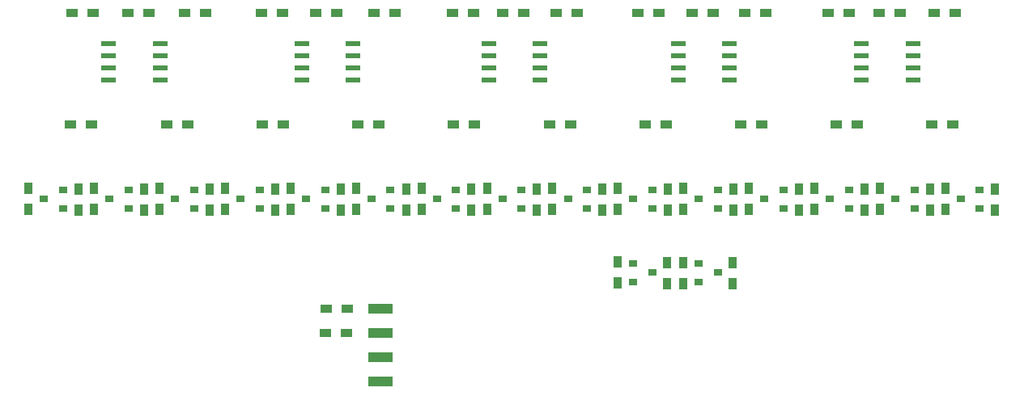
<source format=gbr>
%TF.GenerationSoftware,KiCad,Pcbnew,(5.1.8)-1*%
%TF.CreationDate,2022-08-22T14:52:20-04:00*%
%TF.ProjectId,SerialParser,53657269-616c-4506-9172-7365722e6b69,rev?*%
%TF.SameCoordinates,Original*%
%TF.FileFunction,Paste,Top*%
%TF.FilePolarity,Positive*%
%FSLAX46Y46*%
G04 Gerber Fmt 4.6, Leading zero omitted, Abs format (unit mm)*
G04 Created by KiCad (PCBNEW (5.1.8)-1) date 2022-08-22 14:52:20*
%MOMM*%
%LPD*%
G01*
G04 APERTURE LIST*
%ADD10R,0.900000X0.800000*%
%ADD11R,0.900000X1.200000*%
%ADD12R,1.200000X0.900000*%
%ADD13R,2.500000X1.000000*%
%ADD14R,1.550000X0.600000*%
G04 APERTURE END LIST*
D10*
%TO.C,Q17*%
X196011160Y-116949000D03*
X196011160Y-115049000D03*
X194011160Y-115999000D03*
%TD*%
%TO.C,Q16*%
X175467574Y-116949000D03*
X175467574Y-115049000D03*
X173467574Y-115999000D03*
%TD*%
%TO.C,Q15*%
X202859022Y-116949000D03*
X202859022Y-115049000D03*
X200859022Y-115999000D03*
%TD*%
%TO.C,Q14*%
X182315436Y-116949000D03*
X182315436Y-115049000D03*
X180315436Y-115999000D03*
%TD*%
%TO.C,Q13*%
X189163298Y-116949000D03*
X189163298Y-115049000D03*
X187163298Y-115999000D03*
%TD*%
%TO.C,Q12*%
X168619712Y-116949000D03*
X168619712Y-115049000D03*
X166619712Y-115999000D03*
%TD*%
%TO.C,Q11*%
X134380402Y-116949000D03*
X134380402Y-115049000D03*
X132380402Y-115999000D03*
%TD*%
%TO.C,Q10*%
X154923988Y-116949000D03*
X154923988Y-115049000D03*
X152923988Y-115999000D03*
%TD*%
%TO.C,Q9*%
X141228264Y-116949000D03*
X141228264Y-115049000D03*
X139228264Y-115999000D03*
%TD*%
%TO.C,Q8*%
X161771850Y-116949000D03*
X161771850Y-115049000D03*
X159771850Y-115999000D03*
%TD*%
%TO.C,Q7*%
X127532540Y-116949000D03*
X127532540Y-115049000D03*
X125532540Y-115999000D03*
%TD*%
%TO.C,Q6*%
X148076126Y-116949000D03*
X148076126Y-115049000D03*
X146076126Y-115999000D03*
%TD*%
%TO.C,Q5*%
X113836816Y-116949000D03*
X113836816Y-115049000D03*
X111836816Y-115999000D03*
%TD*%
%TO.C,Q4*%
X166624000Y-122748000D03*
X166624000Y-124648000D03*
X168624000Y-123698000D03*
%TD*%
%TO.C,Q3*%
X120684678Y-116949000D03*
X120684678Y-115049000D03*
X118684678Y-115999000D03*
%TD*%
%TO.C,Q2*%
X173482000Y-122748000D03*
X173482000Y-124648000D03*
X175482000Y-123698000D03*
%TD*%
%TO.C,Q1*%
X106988954Y-116949000D03*
X106988954Y-115049000D03*
X104988954Y-115999000D03*
%TD*%
D11*
%TO.C,R61*%
X192400206Y-117094000D03*
X192400206Y-114894000D03*
%TD*%
%TO.C,R60*%
X171856620Y-117094000D03*
X171856620Y-114894000D03*
%TD*%
%TO.C,R59*%
X197622114Y-114904000D03*
X197622114Y-117104000D03*
%TD*%
%TO.C,R58*%
X177078528Y-114904000D03*
X177078528Y-117104000D03*
%TD*%
%TO.C,R57*%
X199248068Y-117094000D03*
X199248068Y-114894000D03*
%TD*%
%TO.C,R56*%
X178704482Y-117094000D03*
X178704482Y-114894000D03*
%TD*%
%TO.C,R55*%
X204470000Y-114904000D03*
X204470000Y-117104000D03*
%TD*%
%TO.C,R54*%
X183926390Y-114904000D03*
X183926390Y-117104000D03*
%TD*%
%TO.C,R53*%
X185552344Y-117094000D03*
X185552344Y-114894000D03*
%TD*%
%TO.C,R52*%
X165008758Y-117094000D03*
X165008758Y-114894000D03*
%TD*%
%TO.C,R51*%
X190774252Y-114904000D03*
X190774252Y-117104000D03*
%TD*%
%TO.C,R50*%
X170230666Y-114904000D03*
X170230666Y-117104000D03*
%TD*%
%TO.C,R49*%
X130769448Y-117094000D03*
X130769448Y-114894000D03*
%TD*%
%TO.C,R48*%
X151313034Y-117094000D03*
X151313034Y-114894000D03*
%TD*%
%TO.C,R47*%
X135991356Y-114904000D03*
X135991356Y-117104000D03*
%TD*%
%TO.C,R46*%
X156534942Y-114904000D03*
X156534942Y-117104000D03*
%TD*%
%TO.C,R45*%
X137617310Y-117094000D03*
X137617310Y-114894000D03*
%TD*%
%TO.C,R44*%
X158160896Y-117094000D03*
X158160896Y-114894000D03*
%TD*%
%TO.C,R43*%
X142839218Y-114904000D03*
X142839218Y-117104000D03*
%TD*%
%TO.C,R42*%
X163382804Y-114904000D03*
X163382804Y-117104000D03*
%TD*%
%TO.C,R41*%
X123921586Y-117094000D03*
X123921586Y-114894000D03*
%TD*%
%TO.C,R40*%
X144465172Y-117094000D03*
X144465172Y-114894000D03*
%TD*%
%TO.C,R39*%
X129143494Y-114904000D03*
X129143494Y-117104000D03*
%TD*%
%TO.C,R38*%
X149687080Y-114904000D03*
X149687080Y-117104000D03*
%TD*%
%TO.C,R37*%
X110225862Y-117094000D03*
X110225862Y-114894000D03*
%TD*%
%TO.C,R36*%
X115447770Y-114904000D03*
X115447770Y-117104000D03*
%TD*%
%TO.C,R35*%
X170180000Y-122682000D03*
X170180000Y-124882000D03*
%TD*%
%TO.C,R34*%
X164973000Y-124798000D03*
X164973000Y-122598000D03*
%TD*%
%TO.C,R33*%
X117073724Y-117094000D03*
X117073724Y-114894000D03*
%TD*%
%TO.C,R32*%
X122295632Y-114904000D03*
X122295632Y-117104000D03*
%TD*%
%TO.C,R31*%
X177038000Y-122682000D03*
X177038000Y-124882000D03*
%TD*%
%TO.C,R30*%
X171831000Y-124882000D03*
X171831000Y-122682000D03*
%TD*%
%TO.C,R29*%
X103378000Y-117094000D03*
X103378000Y-114894000D03*
%TD*%
%TO.C,R28*%
X108599908Y-114904000D03*
X108599908Y-117104000D03*
%TD*%
D12*
%TO.C,R27*%
X136693000Y-127508000D03*
X134493000Y-127508000D03*
%TD*%
%TO.C,R26*%
X136652000Y-130048000D03*
X134452000Y-130048000D03*
%TD*%
D13*
%TO.C,J6*%
X140208000Y-135128000D03*
X140208000Y-132588000D03*
X140208000Y-130048000D03*
X140208000Y-127508000D03*
%TD*%
D14*
%TO.C,U6*%
X190500000Y-99695000D03*
X190500000Y-100965000D03*
X190500000Y-102235000D03*
X190500000Y-103505000D03*
X195900000Y-103505000D03*
X195900000Y-102235000D03*
X195900000Y-100965000D03*
X195900000Y-99695000D03*
%TD*%
%TO.C,U5*%
X171290000Y-99695000D03*
X171290000Y-100965000D03*
X171290000Y-102235000D03*
X171290000Y-103505000D03*
X176690000Y-103505000D03*
X176690000Y-102235000D03*
X176690000Y-100965000D03*
X176690000Y-99695000D03*
%TD*%
%TO.C,U4*%
X151478000Y-99695000D03*
X151478000Y-100965000D03*
X151478000Y-102235000D03*
X151478000Y-103505000D03*
X156878000Y-103505000D03*
X156878000Y-102235000D03*
X156878000Y-100965000D03*
X156878000Y-99695000D03*
%TD*%
%TO.C,U3*%
X131920000Y-99695000D03*
X131920000Y-100965000D03*
X131920000Y-102235000D03*
X131920000Y-103505000D03*
X137320000Y-103505000D03*
X137320000Y-102235000D03*
X137320000Y-100965000D03*
X137320000Y-99695000D03*
%TD*%
D12*
%TO.C,R25*%
X189230000Y-96520000D03*
X187030000Y-96520000D03*
%TD*%
%TO.C,R24*%
X194564000Y-96520000D03*
X192364000Y-96520000D03*
%TD*%
%TO.C,R23*%
X200320000Y-96520000D03*
X198120000Y-96520000D03*
%TD*%
%TO.C,R22*%
X169332000Y-96520000D03*
X167132000Y-96520000D03*
%TD*%
%TO.C,R21*%
X175006000Y-96520000D03*
X172806000Y-96520000D03*
%TD*%
%TO.C,R20*%
X180508000Y-96520000D03*
X178308000Y-96520000D03*
%TD*%
%TO.C,R19*%
X197866000Y-108204000D03*
X200066000Y-108204000D03*
%TD*%
%TO.C,R18*%
X187856664Y-108204000D03*
X190056664Y-108204000D03*
%TD*%
%TO.C,R17*%
X177847331Y-108204000D03*
X180047331Y-108204000D03*
%TD*%
%TO.C,R16*%
X167837998Y-108204000D03*
X170037998Y-108204000D03*
%TD*%
%TO.C,R15*%
X149944000Y-96520000D03*
X147744000Y-96520000D03*
%TD*%
%TO.C,R14*%
X155194000Y-96520000D03*
X152994000Y-96520000D03*
%TD*%
%TO.C,R13*%
X160782000Y-96520000D03*
X158582000Y-96520000D03*
%TD*%
%TO.C,R12*%
X129962000Y-96520000D03*
X127762000Y-96520000D03*
%TD*%
%TO.C,R11*%
X135636000Y-96520000D03*
X133436000Y-96520000D03*
%TD*%
%TO.C,R10*%
X141732000Y-96520000D03*
X139532000Y-96520000D03*
%TD*%
%TO.C,R9*%
X157828665Y-108204000D03*
X160028665Y-108204000D03*
%TD*%
%TO.C,R8*%
X147819332Y-108204000D03*
X150019332Y-108204000D03*
%TD*%
%TO.C,R7*%
X137809999Y-108204000D03*
X140009999Y-108204000D03*
%TD*%
%TO.C,R6*%
X127800666Y-108204000D03*
X130000666Y-108204000D03*
%TD*%
D14*
%TO.C,U2*%
X111760000Y-99695000D03*
X111760000Y-100965000D03*
X111760000Y-102235000D03*
X111760000Y-103505000D03*
X117160000Y-103505000D03*
X117160000Y-102235000D03*
X117160000Y-100965000D03*
X117160000Y-99695000D03*
%TD*%
D12*
%TO.C,R5*%
X110150000Y-96520000D03*
X107950000Y-96520000D03*
%TD*%
%TO.C,R4*%
X115992000Y-96520000D03*
X113792000Y-96520000D03*
%TD*%
%TO.C,R3*%
X121920000Y-96520000D03*
X119720000Y-96520000D03*
%TD*%
%TO.C,R2*%
X117856000Y-108204000D03*
X120056000Y-108204000D03*
%TD*%
%TO.C,R1*%
X107782000Y-108204000D03*
X109982000Y-108204000D03*
%TD*%
M02*

</source>
